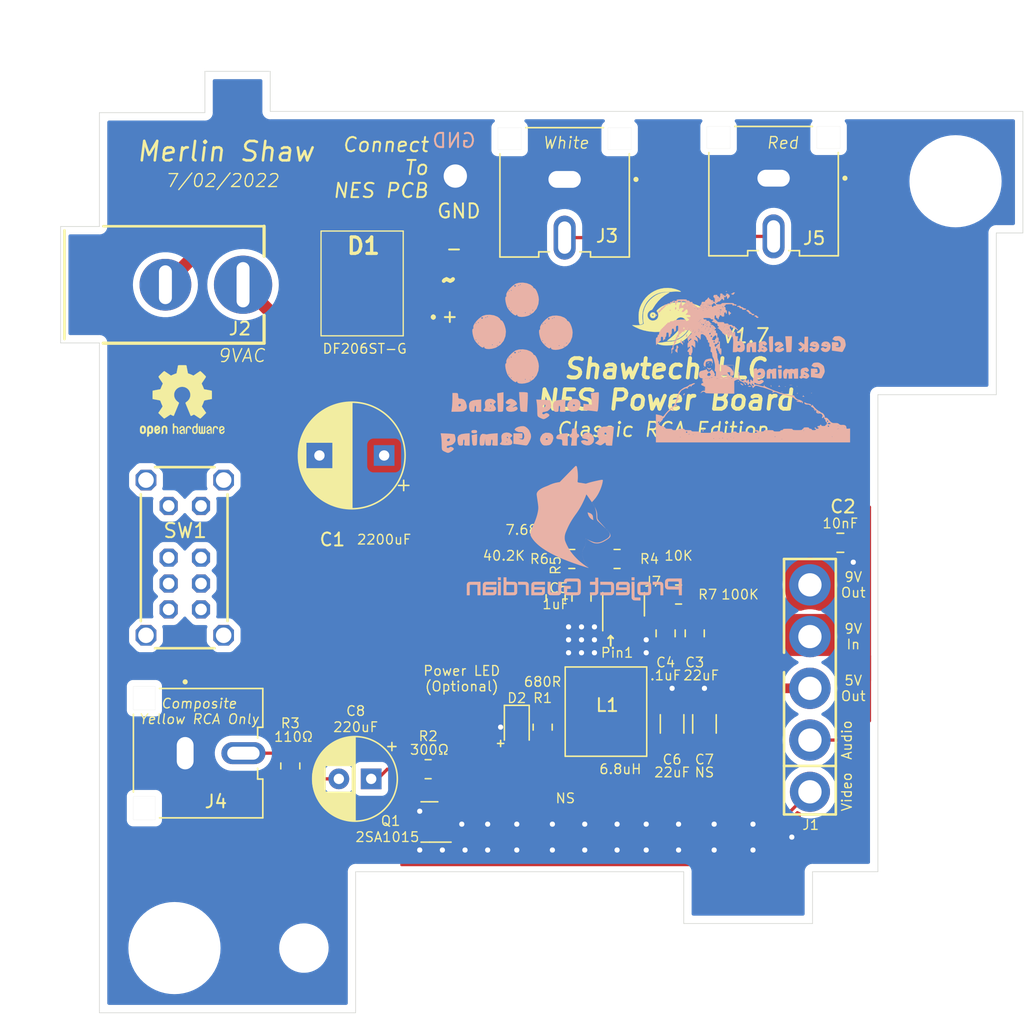
<source format=kicad_pcb>
(kicad_pcb (version 20211014) (generator pcbnew)
  (layers (0 "F.Cu" signal) (31 "B.Cu" signal) (34 "B.Paste" user) (35 "F.Paste" user) (36 "B.SilkS" user "B.Silkscreen") (37 "F.SilkS" user "F.Silkscreen") (38 "B.Mask" user) (39 "F.Mask" user) (44 "Edge.Cuts" user))
  (net 0 "")
  (net 1 "5V Out")
  (net 2 "Net-(C8-Pad1)")
  (net 3 "Net-(D2-Pad2)")
  (net 4 "Video Out")
  (net 5 "Net-(C8-Pad2)")
  (net 6 "GND")
  (net 7 "Video In")
  (net 8 "Audio In")
  (net 9 "9VIn")
  (net 10 "9VOut")
  (net 12 "Net-(D1-Pad4)")
  (net 13 "Net-(D1-Pad3)")
  (net 14 "Net-(J7-Pad4)")
  (net 15 "Net-(R4-Pad2)")
  (net 16 "SW")
  (net 17 "EN")
  (net 18 "Net-(C5-Pad1)")
  (footprint "Package_TO_SOT_SMD:SOT-23-6_Handsoldering" (layer "F.Cu") (at 146 106.5 90)
    (fp_text reference "J7" (at 1.75 2.25 180) (layer "F.SilkS") (effects (font (size 0.75 0.75) (thickness 0.1))))
    (fp_text value "Conn_01x06")
    (pad "1" smd rect (at -1.35 -0.95 90) (size 1.56 0.65) (layers "F.Cu" "F.Paste" "F.Mask") (net 6 "GND"))
    (pad "2" smd rect (at -1.35 0 90) (size 1.56 0.65) (layers "F.Cu" "F.Paste" "F.Mask") (net 16 "SW"))
    (pad "3" smd rect (at -1.35 0.95 90) (size 1.56 0.65) (layers "F.Cu" "F.Paste" "F.Mask") (net 9 "9VIn"))
    (pad "4" smd rect (at 1.35 0.95 90) (size 1.56 0.65) (layers "F.Cu" "F.Paste" "F.Mask") (net 14 "Net-(J7-Pad4)"))
    (pad "5" smd rect (at 1.35 0 90) (size 1.56 0.65) (layers "F.Cu" "F.Paste" "F.Mask") (net 17 "EN"))
    (pad "6" smd rect (at 1.35 -0.95 90) (size 1.56 0.65) (layers "F.Cu" "F.Paste" "F.Mask") (net 18 "Net-(C5-Pad1)"))
  )
  (footprint "Capacitor_SMD:C_0805_2012Metric" (layer "F.Cu") (at 151.5 108.75 -90)
    (fp_text reference "C3" (at 2.25 0 180) (layer "F.SilkS") (effects (font (size 0.75 0.75) (thickness 0.1))))
    (fp_text value "22uf/25")
    (pad "1" smd roundrect (at -0.95 0 270) (size 1 1.45) (layers "F.Cu" "F.Paste" "F.Mask") (net 9 "9VIn"))
    (pad "2" smd roundrect (at 0.95 0 270) (size 1 1.45) (layers "F.Cu" "F.Paste" "F.Mask") (net 6 "GND"))
  )
  (footprint "Resistor_SMD:R_0805_2012Metric" (layer "F.Cu") (at 120.25 119 -90)
    (fp_text reference "R3" (at -3.3 0 180) (layer "F.SilkS") (effects (font (size 0.75 0.75) (thickness 0.1))))
    (fp_text value "110R")
    (pad "1" smd roundrect (at -0.9125 0 270) (size 1.025 1.4) (layers "F.Cu" "F.Paste" "F.Mask") (roundrect_rratio 0.243902439) (net 4 "Video Out"))
    (pad "2" smd roundrect (at 0.9125 0 270) (size 1.025 1.4) (layers "F.Cu" "F.Paste" "F.Mask") (roundrect_rratio 0.243902439) (net 5 "Net-(C8-Pad2)"))
  )
  (footprint "Resistor_SMD:R_0805_2012Metric" (layer "F.Cu") (at 145.5 103 180)
    (fp_text reference "R4" (at -2.5 0) (layer "F.SilkS") (effects (font (size 0.75 0.75) (thickness 0.1))))
    (fp_text value "10k")
    (pad "1" smd roundrect (at -0.9125 0 180) (size 1.025 1.4) (layers "F.Cu" "F.Paste" "F.Mask") (roundrect_rratio 0.243902439) (net 14 "Net-(J7-Pad4)"))
    (pad "2" smd roundrect (at 0.9125 0 180) (size 1.025 1.4) (layers "F.Cu" "F.Paste" "F.Mask") (roundrect_rratio 0.243902439) (net 15 "Net-(R4-Pad2)"))
  )
  (footprint "Merlin:OSHW-Logo2_7.3x6mm_SilkScreen" (layer "F.Cu") (at 111.9 90.78)
    (fp_text reference "REF**" hide)
    (fp_text value "OSHW-Logo2_7.3x6mm_SilkScreen" hide)
  )
  (footprint "Capacitor_SMD:C_0805_2012Metric" (layer "F.Cu") (at 142.75 106 -90)
    (fp_text reference "C5" (at -0.75 1.75) (layer "F.SilkS") (effects (font (size 0.75 0.75) (thickness 0.1))))
    (fp_text value "1uF")
    (pad "1" smd roundrect (at -0.95 0 270) (size 1 1.45) (layers "F.Cu" "F.Paste" "F.Mask") (net 18 "Net-(C5-Pad1)"))
    (pad "2" smd roundrect (at 0.95 0 270) (size 1 1.45) (layers "F.Cu" "F.Paste" "F.Mask") (net 16 "SW"))
  )
  (footprint "Package_TO_SOT_SMD:SOT-23" (layer "F.Cu") (at 131 123.33 180)
    (fp_text reference "Q1" (at 3 0.08) (layer "F.SilkS") (effects (font (size 0.75 0.75) (thickness 0.1))))
    (fp_text value "2SA1015" (at 3.25 -1.17) (layer "F.SilkS") (effects (font (size 0.75 0.75) (thickness 0.1))))
    (pad "1" smd roundrect (at -0.9375 -0.95 180) (size 1.475 0.6) (layers "F.Cu" "F.Paste" "F.Mask") (net 7 "Video In"))
    (pad "2" smd roundrect (at -0.9375 0.95 180) (size 1.475 0.6) (layers "F.Cu" "F.Paste" "F.Mask") (net 2 "Net-(C8-Pad1)"))
    (pad "3" smd roundrect (at 0.9375 0 180) (size 1.475 0.6) (layers "F.Cu" "F.Paste" "F.Mask") (net 6 "GND"))
  )
  (footprint "Resistor_SMD:R_0805_2012Metric" (layer "F.Cu") (at 139.75 116 90)
    (fp_text reference "R1" (at 2.25 0 180) (layer "F.SilkS") (effects (font (size 0.75 0.75) (thickness 0.1))))
    (fp_text value "680")
    (pad "1" smd roundrect (at -0.9125 0 90) (size 1.025 1.4) (layers "F.Cu" "F.Paste" "F.Mask") (roundrect_rratio 0.243902439) (net 3 "Net-(D2-Pad2)"))
    (pad "2" smd roundrect (at 0.9125 0 90) (size 1.025 1.4) (layers "F.Cu" "F.Paste" "F.Mask") (roundrect_rratio 0.243902439) (net 1 "5V Out"))
  )
  (footprint "Resistor_SMD:R_0805_2012Metric" (layer "F.Cu") (at 142 103 180)
    (fp_text reference "R6" (at 2.5 0) (layer "F.SilkS") (effects (font (size 0.75 0.75) (thickness 0.1))))
    (fp_text value "40.2k")
    (pad "1" smd roundrect (at -0.9125 0 180) (size 1.025 1.4) (layers "F.Cu" "F.Paste" "F.Mask") (roundrect_rratio 0.243902439) (net 15 "Net-(R4-Pad2)"))
    (pad "2" smd roundrect (at 0.9125 0 180) (size 1.025 1.4) (layers "F.Cu" "F.Paste" "F.Mask") (roundrect_rratio 0.243902439) (net 1 "5V Out"))
  )
  (footprint "" (layer "F.Cu") (at 111.3 133.08)
    (fp_text reference "" (at 0 0) (layer "F.SilkS") (effects (font (size 1.27 1.27))))
    (fp_text value "" (at 0 0) (layer "F.SilkS") (effects (font (size 1.27 1.27))))
    (pad "" np_thru_hole circle locked (at 0 0) (size 3.5 3.5) (drill 3.5) (layers F&B.Cu *.Mask))
  )
  (footprint "Merlin:Power-DF206STG" (layer "F.Cu") (at 125.8 81.7 90)
    (fp_text reference "D1" (at 2.9 0.1 180) (layer "F.SilkS") (effects (font (size 1.27 1.27) (thickness 0.254))))
    (fp_text value "${ALTIUM_VALUE}" hide)
    (fp_text user "+" (at -2.6 6.7 90) (layer "F.SilkS"))
    (fp_text user "-" (at 2.7 7.1 180) (layer "F.SilkS"))
    (pad "1" smd rect (at -2.605 4.36 90) (size 1.2 1.52) (layers "F.Cu" "F.Paste" "F.Mask") (net 10 "9VOut"))
    (pad "2" smd rect (at 2.605 4.36 90) (size 1.2 1.52) (layers "F.Cu" "F.Paste" "F.Mask") (net 6 "GND"))
    (pad "3" smd rect (at 2.605 -4.36 90) (size 1.2 1.52) (layers "F.Cu" "F.Paste" "F.Mask") (net 13 "Net-(D1-Pad3)"))
    (pad "4" smd rect (at -2.605 -4.36 90) (size 1.2 1.52) (layers "F.Cu" "F.Paste" "F.Mask") (net 12 "Net-(D1-Pad4)"))
  )
  (footprint "Resistor_SMD:R_0805_2012Metric" (layer "F.Cu") (at 150.25 105.75)
    (fp_text reference "R7" (at 2.25 0) (layer "F.SilkS") (effects (font (size 0.75 0.75) (thickness 0.1))))
    (fp_text value "100K")
    (pad "1" smd roundrect (at -0.9125 0) (size 1.025 1.4) (layers "F.Cu" "F.Paste" "F.Mask") (roundrect_rratio 0.243902439) (net 17 "EN"))
    (pad "2" smd roundrect (at 0.9125 0) (size 1.025 1.4) (layers "F.Cu" "F.Paste" "F.Mask") (roundrect_rratio 0.243902439) (net 9 "9VIn"))
  )
  (footprint "Merlin:ShawTech" (layer "F.Cu") (at 149.25 84.25)
    (fp_text reference "G***" hide)
    (fp_text value "LOGO" hide)
  )
  (footprint "Capacitor_SMD:C_1206_3216Metric" (layer "F.Cu") (at 152.25 115.75 90)
    (fp_text reference "C7" (at -2.75 0) (layer "F.SilkS") (effects (font (size 0.75 0.75) (thickness 0.1))))
    (fp_text value "22uf/25")
    (pad "1" smd roundrect (at -1.475 0 90) (size 1.15 1.8) (layers "F.Cu" "F.Paste" "F.Mask") (roundrect_rratio 0.2173913043) (net 1 "5V Out"))
    (pad "2" smd roundrect (at 1.475 0 90) (size 1.15 1.8) (layers "F.Cu" "F.Paste" "F.Mask") (roundrect_rratio 0.2173913043) (net 6 "GND"))
  )
  (footprint "Electromechanical.IntLib:SW-DP3T (EG2319)" (layer "F.Cu") (at 112.1 102.9 -90)
    (fp_text reference "SW1" (at -1.445 1.75 unlocked) (layer "F.SilkS") (effects (font (size 1.1 1.1)) (justify left bottom)))
    (fp_text value "DP3T" hide)
    (pad "" thru_hole roundrect locked (at -4 -1.25 270) (size 1.4 1.4) (drill 0.9) (layers *.Cu *.Mask) (chamfer_ratio 0.25) (chamfer top_left top_right bottom_left bottom_right))
    (pad "" thru_hole roundrect locked (at 0 1.25 270) (size 1.4 1.4) (drill 0.9) (layers *.Cu *.Mask) (chamfer_ratio 0.25) (chamfer top_left top_right bottom_left bottom_right))
    (pad "" thru_hole roundrect locked (at 2 1.25 270) (size 1.4 1.4) (drill 0.9) (layers *.Cu *.Mask) (chamfer_ratio 0.25) (chamfer top_left top_right bottom_left bottom_right))
    (pad "" thru_hole roundrect locked (at 4 1.25 270) (size 1.4 1.4) (drill 0.9) (layers *.Cu *.Mask) (chamfer_ratio 0.25) (chamfer top_left top_right bottom_left bottom_right))
    (pad "" thru_hole roundrect locked (at 0 -1.25 270) (size 1.4 1.4) (drill 0.9) (layers *.Cu *.Mask) (chamfer_ratio 0.25) (chamfer top_left top_right bottom_left bottom_right))
    (pad "" thru_hole roundrect locked (at 2 -1.25 270) (size 1.4 1.4) (drill 0.9) (layers *.Cu *.Mask) (chamfer_ratio 0.25) (chamfer top_left top_right bottom_left bottom_right))
    (pad "" thru_hole roundrect locked (at 4 -1.25 270) (size 1.4 1.4) (drill 0.9) (layers *.Cu *.Mask) (chamfer_ratio 0.25) (chamfer top_left top_right bottom_left bottom_right))
    (pad "1" thru_hole roundrect locked (at -4 1.25 270) (size 1.4 1.4) (drill 0.9) (layers *.Cu *.Mask) (chamfer_ratio 0.25) (chamfer top_left top_right bottom_left bottom_right))
    (pad "MH" thru_hole roundrect locked (at -6 3 270) (size 1.6 1.6) (drill 1.2) (layers *.Cu *.Mask) (chamfer_ratio 0.25) (chamfer top_left top_right bottom_left bottom_right))
    (pad "MH" thru_hole roundrect locked (at 6 3 90) (size 1.6 1.6) (drill 1.2) (layers *.Cu *.Mask) (chamfer_ratio 0.25) (chamfer top_left top_right bottom_left bottom_right))
    (pad "MH" thru_hole roundrect locked (at 6 -3 90) (size 1.6 1.6) (drill 1.2) (layers *.Cu *.Mask) (chamfer_ratio 0.25) (chamfer top_left top_right bottom_left bottom_right))
    (pad "MH" thru_hole roundrect locked (at -6 -3 270) (size 1.6 1.6) (drill 1.2) (layers *.Cu *.Mask) (chamfer_ratio 0.25) (chamfer top_left top_right bottom_left bottom_right))
  )
  (footprint "Resistor_SMD:R_0805_2012Metric" (layer "F.Cu") (at 140.75 106 -90)
    (fp_text reference "R5" (at -2.5 0 90) (layer "F.SilkS") (effects (font (size 0.75 0.75) (thickness 0.1))))
    (fp_text value "7.68k")
    (pad "1" smd roundrect (at -0.9125 0 270) (size 1.025 1.4) (layers "F.Cu" "F.Paste" "F.Mask") (roundrect_rratio 0.243902439) (net 15 "Net-(R4-Pad2)"))
    (pad "2" smd roundrect (at 0.9125 0 270) (size 1.025 1.4) (layers "F.Cu" "F.Paste" "F.Mask") (roundrect_rratio 0.243902439) (net 6 "GND"))
  )
  (footprint "Merlin:CUI_RCJ-044" (layer "F.Cu") (at 141.446 73.658 90)
    (fp_text reference "J3" (at -4.372 3.279 180) (layer "F.SilkS"))
    (fp_text value "White RCJ-" hide)
    (fp_line (start 2.3 5.15) (end 4 5.15) (layer "Edge.Cuts") (width 0.01))
    (fp_line (start 4 5.15) (end 4 3.35) (layer "Edge.Cuts") (width 0.01))
    (fp_line (start 2.3 -5.15) (end 2.3 -3.35) (layer "Edge.Cuts") (width 0.01))
    (fp_line (start 4 -5.15) (end 2.3 -5.15) (layer "Edge.Cuts") (width 0.01))
    (fp_line (start 2.3 3.35) (end 2.3 5.15) (layer "Edge.Cuts") (width 0.01))
    (fp_line (start 4 -3.35) (end 4 -5.15) (layer "Edge.Cuts") (width 0.01))
    (fp_line (start 4 3.35) (end 2.3 3.35) (layer "Edge.Cuts") (width 0.01))
    (fp_line (start 2.3 -3.35) (end 4 -3.35) (layer "Edge.Cuts") (width 0.01))
    (pad "1" thru_hole oval (at 0 0 90) (size 1.95 3.9) (drill oval 1.3 2.5) (layers *.Cu *.Mask) (net 6 "GND"))
    (pad "2" thru_hole oval (at -4.5 0 90) (size 3.4 1.7) (drill oval 2.5 1) (layers *.Cu *.Mask) (net 8 "Audio In"))
  )
  (footprint "Capacitor_THT:CP_Radial_D6.3mm_P2.50mm" (layer "F.Cu") (at 126.5 120 180)
    (fp_text reference "C8" (at 1.2 5.25 180) (layer "F.SilkS") (effects (font (size 0.75 0.75) (thickness 0.1))))
    (fp_text value "220uF" hide)
    (pad "1" thru_hole rect (at 0 0 180) (size 1.6 1.6) (drill 0.8) (layers *.Cu *.Mask) (net 2 "Net-(C8-Pad1)"))
    (pad "2" thru_hole circle (at 2.5 0 180) (size 1.6 1.6) (drill 0.8) (layers *.Cu *.Mask) (net 5 "Net-(C8-Pad2)"))
  )
  (footprint "Connectors.IntLib:PWR-JCK-ALT (PJ-037A{slash}B)" (layer "F.Cu") (at 110.6 81.799998)
    (fp_text reference "J2" (at 4.8 3.980002 unlocked) (layer "F.SilkS") (effects (justify left bottom)))
    (fp_text value "Barrel_Jack" hide)
    (pad "1" thru_hole circle locked (at 6.000002 0) (size 4.5 4.5) (drill oval 1 3.5) (layers *.Cu *.Mask) (net 12 "Net-(D1-Pad4)"))
    (pad "2" thru_hole circle locked (at 0 0) (size 4 4) (drill oval 1 3) (layers *.Cu *.Mask) (net 13 "Net-(D1-Pad3)"))
  )
  (footprint "Capacitor_SMD:C_1206_3216Metric" (layer "F.Cu") (at 149.75 115.75 90)
    (fp_text reference "C6" (at -2.75 0) (layer "F.SilkS") (effects (font (size 0.75 0.75) (thickness 0.1))))
    (fp_text value "22uf/25")
    (pad "1" smd roundrect (at -1.475 0 90) (size 1.15 1.8) (layers "F.Cu" "F.Paste" "F.Mask") (roundrect_rratio 0.2173913043) (net 1 "5V Out"))
    (pad "2" smd roundrect (at 1.475 0 90) (size 1.15 1.8) (layers "F.Cu" "F.Paste" "F.Mask") (roundrect_rratio 0.2173913043) (net 6 "GND"))
  )
  (footprint "" (layer "F.Cu") (at 121.3 133.08)
    (fp_text reference "" (at 0 0) (layer "F.SilkS") (effects (font (size 1.27 1.27))))
    (fp_text value "" (at 0 0) (layer "F.SilkS") (effects (font (size 1.27 1.27))))
    (pad "" np_thru_hole circle locked (at 0 0) (size 2.8 2.8) (drill 2.8) (layers F&B.Cu *.Mask))
  )
  (footprint "Merlin:CUI_RCJ-044" (layer "F.Cu") (at 112.126 118.014 180)
    (fp_text reference "J4" (at -2.374 -3.736) (layer "F.SilkS"))
    (fp_text value "Yellow RCJ-")
    (fp_line (start 2.3 -3.35) (end 4 -3.35) (layer "Edge.Cuts") (width 0.01))
    (fp_line (start 4 3.35) (end 2.3 3.35) (layer "Edge.Cuts") (width 0.01))
    (fp_line (start 2.3 -5.15) (end 2.3 -3.35) (layer "Edge.Cuts") (width 0.01))
    (fp_line (start 4 -5.15) (end 2.3 -5.15) (layer "Edge.Cuts") (width 0.01))
    (fp_line (start 4 5.15) (end 4 3.35) (layer "Edge.Cuts") (width 0.01))
    (fp_line (start 2.3 3.35) (end 2.3 5.15) (layer "Edge.Cuts") (width 0.01))
    (fp_line (start 4 -3.35) (end 4 -5.15) (layer "Edge.Cuts") (width 0.01))
    (fp_line (start 2.3 5.15) (end 4 5.15) (layer "Edge.Cuts") (width 0.01))
    (pad "1" thru_hole oval (at 0 0 180) (size 1.95 3.9) (drill oval 1.3 2.5) (layers *.Cu *.Mask) (net 6 "GND"))
    (pad "2" thru_hole oval (at -4.5 0 180) (size 3.4 1.7) (drill oval 2.5 1) (layers *.Cu *.Mask) (net 4 "Video Out"))
  )
  (footprint "Capacitor_SMD:C_0805_2012Metric" (layer "F.Cu") (at 162.75 101.75)
    (fp_text reference "C2" (at 0.2 -2.8) (layer "F.SilkS"))
    (fp_text value "10nF")
    (pad "1" smd roundrect (at -0.95 0) (size 1 1.45) (layers "F.Cu" "F.Paste" "F.Mask") (net 10 "9VOut"))
    (pad "2" smd roundrect (at 0.95 0) (size 1 1.45) (layers "F.Cu" "F.Paste" "F.Mask") (net 6 "GND"))
  )
  (footprint "Merlin:CUI_RCJ-044" (layer "F.Cu") (at 157.592 73.564 90)
    (fp_text reference "J5" (at -4.641 3.133 180) (layer "F.SilkS"))
    (fp_text value "Red RCJ-042" hide)
    (fp_line (start 4 -3.35) (end 4 -5.15) (layer "Edge.Cuts") (width 0.01))
    (fp_line (start 2.3 5.15) (end 4 5.15) (layer "Edge.Cuts") (width 0.01))
    (fp_line (start 2.3 -3.35) (end 4 -3.35) (layer "Edge.Cuts") (width 0.01))
    (fp_line (start 2.3 3.35) (end 2.3 5.15) (layer "Edge.Cuts") (width 0.01))
    (fp_line (start 4 3.35) (end 2.3 3.35) (layer "Edge.Cuts") (width 0.01))
    (fp_line (start 4 5.15) (end 4 3.35) (layer "Edge.Cuts") (width 0.01))
    (fp_line (start 4 -5.15) (end 2.3 -5.15) (layer "Edge.Cuts") (width 0.01))
    (fp_line (start 2.3 -5.15) (end 2.3 -3.35) (layer "Edge.Cuts") (width 0.01))
    (pad "1" thru_hole oval (at 0 0 90) (size 1.95 3.9) (drill oval 1.3 2.5) (layers *.Cu *.Mask) (net 6 "GND"))
    (pad "2" thru_hole oval (at -4.5 0 90) (size 3.4 1.7) (drill oval 2.5 1) (layers *.Cu *.Mask) (net 8 "Audio In"))
  )
  (footprint "Capacitor_SMD:C_0805_2012Metric" (layer "F.Cu") (at 149.25 108.75 -90)
    (fp_text reference "C4" (at 2.25 0 180) (layer "F.SilkS") (effects (font (size 0.75 0.75) (thickness 0.1))))
    (fp_text value ".1uF/25")
    (pad "1" smd roundrect (at -0.95 0 270) (size 1 1.45) (layers "F.Cu" "F.Paste" "F.Mask") (net 9 "9VIn"))
    (pad "2" smd roundrect (at 0.95 0 270) (size 1 1.45) (layers "F.Cu" "F.Paste" "F.Mask") (net 6 "GND"))
  )
  (footprint "" (layer "F.Cu") (at 171.65 73.8)
    (fp_text reference "" (at 0 0) (layer "F.SilkS") (effects (font (size 1.27 1.27))))
    (fp_text value "" (at 0 0) (layer "F.SilkS") (effects (font (size 1.27 1.27))))
    (pad "" np_thru_hole circle locked (at 0 0) (size 3.5 3.5) (drill 3.5) (layers F&B.Cu *.Mask))
  )
  (footprint "Merlin:Inductor-L_6.3x6.3_H3" (layer "F.Cu") (at 144.59 115)
    (fp_text reference "L1" (at 0.15 -0.7) (layer "F.SilkS"))
    (fp_text value "6.8uH")
    (pad "1" smd rect locked (at 0 -2.65 90) (size 1.85 5.2) (layers "F.Cu" "F.Paste" "F.Mask") (net 16 "SW"))
    (pad "2" smd rect locked (at 0 2.25 90) (size 1.85 5.2) (layers "F.Cu" "F.Paste" "F.Mask") (net 1 "5V Out"))
  )
  (footprint "Connectors.IntLib:WIREPAD-09-15" (layer "F.Cu") (at 133 73.4 90)
    (fp_text reference "GND" (at -3.35 -1.5 unlocked) (layer "F.SilkS") (effects (font (size 1.1 1.1)) (justify left bottom)))
    (fp_text value "Wire Pad" hide)
    (fp_text user "${REFERENCE}" (at 2.1 1.67 unlocked) (layer "B.SilkS") (effects (font (size 1.1 1.1)) (justify left bottom mirror)))
    (pad "1" thru_hole circle locked (at 0 0 90) (size 3.2 3.2) (drill 1.8) (layers *.Cu *.Mask) (net 6 "GND"))
  )
  (footprint "Specialty Components.IntLib:RF BOARD CONNECTOR" (layer "F.Cu") (at 160.4 121 90)
    (fp_text reference "J1" (at -3 -0.65 unlocked) (layer "F.SilkS") (effects (font (size 0.75 0.75) (thickness 0.1)) (justify left bottom)))
    (fp_text value "Board Connector" hide)
    (pad "1" thru_hole oval (at 0 0 90) (size 3.1 3.1) (drill 1.8) (layers *.Cu *.Mask) (net 7 "Video In"))
    (pad "2" thru_hole circle (at 4 0 90) (size 3.2 3.2) (drill 1.8) (layers *.Cu *.Mask) (net 8 "Audio In"))
    (pad "3" thru_hole circle (at 8 0 90) (size 3.2 3.2) (drill 1.8) (layers *.Cu *.Mask) (net 1 "5V Out"))
    (pad "4" thru_hole circle (at 12.000003 0 90) (size 3.2 3.2) (drill 1.8) (layers *.Cu *.Mask) (net 9 "9VIn"))
    (pad "5" thru_hole circle (at 16 0 90) (size 3.2 3.2) (drill 1.8) (layers *.Cu *.Mask) (net 10 "9VOut"))
  )
  (footprint "Resistor_SMD:R_0805_2012Metric" (layer "F.Cu") (at 130.9 119.25 180)
    (fp_text reference "R2" (at 0 2.55) (layer "F.SilkS") (effects (font (size 0.75 0.75) (thickness 0.1))))
    (fp_text value "300")
    (pad "1" smd roundrect (at -0.9125 0 180) (size 1.025 1.4) (layers "F.Cu" "F.Paste" "F.Mask") (roundrect_rratio 0.243902439) (net 1 "5V Out"))
    (pad "2" smd roundrect (at 0.9125 0 180) (size 1.025 1.4) (layers "F.Cu" "F.Paste" "F.Mask") (roundrect_rratio 0.243902439) (net 2 "Net-(C8-Pad1)"))
  )
  (footprint "Capacitor_THT:CP_Radial_D8.0mm_P5.00mm" (layer "F.Cu") (at 127.5 95 180)
    (fp_text reference "C1" (at 4 -6.5 180) (layer "F.SilkS"))
    (fp_text value "2200uF 25V")
    (pad "1" thru_hole rect (at 0 0 180) (size 1.6 1.6) (drill 0.8) (layers *.Cu *.Mask) (net 10 "9VOut"))
    (pad "2" thru_hole circle (at 5 0 180) (size 1.6 1.6) (drill 0.8) (layers *.Cu *.Mask) (net 6 "GND"))
  )
  (footprint "LED_SMD:LED_0805_2012Metric" (layer "F.Cu") (at 137.75 116 -90)
    (fp_text reference "D2" (at -2.25 0) (layer "F.SilkS") (effects (font (size 0.75 0.75) (thickness 0.1))))
    (fp_text value "Power LED")
    (pad "1" smd roundrect (at -0.9375 0 270) (size 0.975 1.4) (layers "F.Cu" "F.Paste" "F.Mask") (net 6 "GND"))
    (pad "2" smd roundrect (at 0.9375 0 270) (size 0.975 1.4) (layers "F.Cu" "F.Paste" "F.Mask") (net 3 "Net-(D2-Pad2)"))
  )
  (footprint "Merlin:GeekIsland2" (layer "B.Cu") (at 156 88 180)
    (fp_text reference "G***" hide)
    (fp_text value "LOGO" hide)
  )
  (footprint "Merlin:LongIslandRetroGaming4" (layer "B.Cu") (at 138.25 88 180)
    (fp_text reference "G***")
    (fp_text value "LOGO" hide)
  )
  (footprint "Merlin:PG_20mmx13.1mm" (layer "B.Cu") (at 142.25 100.75 180)
    (fp_text reference "G***" hide)
    (fp_text value "LOGO" hide)
  )
  (gr_line (start 105.8 77.278798) (end 118.224002 77.278798) (layer "F.SilkS") (width 0.2))
  (gr_line (start 102.8 86) (end 102.8 77.6) (layer "F.SilkS") (width 0.2))
  (gr_line (start 118.224002 79.595) (end 118.224002 77.278798) (layer "F.SilkS") (width 0.254))
  (gr_line (start 118.224002 86.321198) (end 118.224002 84.167) (layer "F.SilkS") (width 0.254))
  (gr_line (start 105.8 86.321198) (end 118.224002 86.321198) (layer "F.SilkS") (width 0.254))
  (gr_line (start 136.2625 117.2625) (end 136.7375 117.2625) (layer "F.SilkS") (width 0.12))
  (gr_line (start 136.5 117.5) (end 136.5 117.025) (layer "F.SilkS") (width 0.12))
  (gr_line (start 150.65 131.18) (end 150.65 127.18) (layer "Edge.Cuts") (width 0.05))
  (gr_line (start 150.65 127.18) (end 125.3 127.18) (layer "Edge.Cuts") (width 0.05))
  (gr_line (start 125.3 127.18) (end 125.3 138.08) (layer "Edge.Cuts") (width 0.05))
  (gr_line (start 165.65 90.3) (end 165.65 127.18) (layer "Edge.Cuts") (width 0.05))
  (gr_line (start 113.65 65.3) (end 118.7 65.3) (layer "Edge.Cuts") (width 0.05))
  (gr_line (start 105.5 77.3) (end 105.5 68.5) (layer "Edge.Cuts") (width 0.05))
  (gr_line (start 165.65 127.18) (end 160.6 127.18) (layer "Edge.Cuts") (width 0.05))
  (gr_line (start 176.85 77.8) (end 174.8 77.8) (layer "Edge.Cuts") (width 0.05))
  (gr_line (start 105.5 68.5) (end 113.65 68.5) (layer "Edge.Cuts") (width 0.05))
  (gr_line (start 174.8 90.3) (end 165.65 90.3) (layer "Edge.Cuts") (width 0.05))
  (gr_line (start 125.3 138.08) (end 105.5 138.08) (layer "Edge.Cuts") (width 0.05))
  (gr_line (start 118.7 68.4) (end 176.85 68.4) (layer "Edge.Cuts") (width 0.05))
  (gr_line (start 105.5 138.08) (end 105.5 86.3) (layer "Edge.Cuts") (width 0.05))
  (gr_line (start 174.8 77.8) (end 174.8 90.3) (layer "Edge.Cuts") (width 0.05))
  (gr_line (start 176.85 68.4) (end 176.85 77.8) (layer "Edge.Cuts") (width 0.05))
  (gr_line (start 105.5 86.3) (end 102.5 86.3) (layer "Edge.Cuts") (width 0.05))
  (gr_line (start 102.5 77.3) (end 105.5 77.3) (layer "Edge.Cuts") (width 0.05))
  (gr_line (start 102.5 86.3) (end 102.5 77.3) (layer "Edge.Cuts") (width 0.05))
  (gr_line (start 160.6 127.18) (end 160.6 131.18) (layer "Edge.Cuts") (width 0.05))
  (gr_line (start 113.65 68.5) (end 113.65 65.3) (layer "Edge.Cuts") (width 0.05))
  (gr_line (start 118.7 65.3) (end 118.7 68.4) (layer "Edge.Cuts") (width 0.05))
  (gr_line (start 160.6 131.18) (end 150.65 131.18) (layer "Edge.Cuts") (width 0.05))
  (gr_text "9V\nOut" (at 163.75 105) (layer "F.SilkS") (effects (font (size 0.75 0.75) (thickness 0.1))))
  (gr_text "22uF" (at 149.75 119.5) (layer "F.SilkS") (effects (font (size 0.75 0.75) (thickness 0.1))))
  (gr_text "100K" (at 155 105.75) (layer "F.SilkS") (effects (font (size 0.75 0.75) (thickness 0.1))))
  (gr_text "Video" (at 163.25 121 90) (layer "F.SilkS") (effects (font (size 0.75 0.75) (thickness 0.1))))
  (gr_text "10nF" (at 162.75 100.25) (layer "F.SilkS") (effects (font (size 0.75 0.75) (thickness 0.1))))
  (gr_text "NS" (at 141.5 121.5) (layer "F.SilkS") (effects (font (size 0.75 0.75) (thickness 0.1))))
  (gr_text "V1.7" (at 153.5 85.75) (layer "F.SilkS") (effects (font (size 1.1 1.1) (thickness 0.15) bold italic) (justify left)))
  (gr_text "Merlin Shaw" (at 115.25 71.5) (layer "F.SilkS") (effects (font (size 1.5 1.5) (thickness 0.2) bold italic)))
  (gr_text "White\n" (at 141.55 70.83) (layer "F.SilkS") (effects (font (size 0.9 0.9) (thickness 0.1) bold italic)))
  (gr_text "Power LED\n(Optional)" (at 133.5 112.25) (layer "F.SilkS") (effects (font (size 0.75 0.75) (thickness 0.1))))
  (gr_text "110Ω" (at 120.5 116.75) (layer "F.SilkS") (effects (font (size 0.75 0.75) (thickness 0.1))))
  (gr_text "NS" (at 152.25 119.5) (layer "F.SilkS") (effects (font (size 0.75 0.75) (thickness 0.1))))
  (gr_text "Classic RCA Edition" (at 140.75 93) (layer "F.SilkS") (effects (font (size 1.1 1.1) (thickness 0.15) bold italic) (justify left)))
  (gr_text "9V\nIn" (at 163.75 109) (layer "F.SilkS") (effects (font (size 0.75 0.75) (thickness 0.1))))
  (gr_text "22uF" (at 152 112) (layer "F.SilkS") (effects (font (size 0.75 0.75) (thickness 0.1))))
  (gr_text "Red" (at 158.3 70.83) (layer "F.SilkS") (effects (font (size 0.9 0.9) (thickness 0.1) bold italic)))
  (gr_text "1uF" (at 140.75 106.5) (layer "F.SilkS") (effects (font (size 0.75 0.75) (thickness 0.1))))
  (gr_text "~" (at 132.5 81.4) (layer "F.SilkS") (effects (font (size 1.5 1.5) (thickness 0.3))))
  (gr_text "Pin1" (at 145.5 110.25) (layer "F.SilkS") (effects (font (size 0.75 0.75) (thickness 0.1))))
  (gr_text "220uF" (at 125.3 116) (layer "F.SilkS") (effects (font (size 0.75 0.75) (thickness 0.1))))
  (gr_text "300Ω" (at 131 117.75) (layer "F.SilkS") (effects (font (size 0.75 0.75) (thickness 0.1))))
  (gr_text "2200uF" (at 127.5 101.5) (layer "F.SilkS") (effects (font (size 0.75 0.75) (thickness 0.1))))
  (gr_text "Shawtech LLC\nNES Power Board" (at 149.25 89.5) (layer "F.SilkS") (effects (font (size 1.5 1.5) (thickness 0.3) italic)))
  (gr_text "5V\nOut" (at 163.75 113) (layer "F.SilkS") (effects (font (size 0.75 0.75) (thickness 0.1))))
  (gr_text "9VAC" (at 116.5 87.28) (layer "F.SilkS") (effects (font (size 1 1) (thickness 0.1) bold italic)))
  (gr_text "10K" (at 150.25 102.75) (layer "F.SilkS") (effects (font (size 0.75 0.75) (thickness 0.1))))
  (gr_text "680R" (at 139.75 112.5) (layer "F.SilkS") (effects (font (size 0.75 0.75) (thickness 0.1))))
  (gr_text "DF206ST-G" (at 126 86.75) (layer "F.SilkS") (effects (font (size 0.75 0.75) (thickness 0.1))))
  (gr_text "Composite\nYellow RCA Only" (at 113.2 114.78) (layer "F.SilkS") (effects (font (size 0.75 0.75) (thickness 0.1) bold italic)))
  (gr_text "Connect\nTo\nNES PCB" (at 131 72.75) (layer "F.SilkS") (effects (font (size 1.1 1.1) (thickness 0.15) bold italic) (justify right)))
  (gr_text "6.8uH" (at 145.75 119.25) (layer "F.SilkS") (effects (font (size 0.75 0.75) (thickness 0.1))))
  (gr_text ".1uF" (at 149.25 112) (layer "F.SilkS") (effects (font (size 0.75 0.75) (thickness 0.1))))
  (gr_text "Audio" (at 163.25 117 90) (layer "F.SilkS") (effects (font (size 0.75 0.75) (thickness 0.1))))
  (gr_text "7/02/2022" (at 115 73.75) (layer "F.SilkS") (effects (font (size 1 1) (thickness 0.1) bold italic)))
  (gr_text "40.2K" (at 136.75 102.75) (layer "F.SilkS") (effects (font (size 0.75 0.75) (thickness 0.1))))
  (gr_text "7.68K" (at 138.5 100.75) (layer "F.SilkS") (effects (font (size 0.75 0.75) (thickness 0.1))))
  (gr_text "↑" (at 145 109.25) (layer "F.SilkS") (effects (font (size 1 1))))
  (segment (start 152.225 117.25) (end 144.59 117.25) (width 0.75) (layer "F.Cu") (net 1))
  (segment (start 152.25 117.225) (end 152.225 117.25) (width 0.75) (layer "F.Cu") (net 1))
  (segment (start 132.3125 118.75) (end 131.8125 119.25) (width 0.25) (layer "F.Cu") (net 1))
  (segment (start 139.75 104.0875) (end 139.75 114.75) (width 0.25) (layer "F.Cu") (net 1))
  (segment (start 141 118.75) (end 132.3125 118.75) (width 0.25) (layer "F.Cu") (net 1))
  (segment (start 142.25 117.25) (end 144.59 117.25) (width 0.25) (layer "F.Cu") (net 1))
  (segment (start 139.75 114.75) (end 142.25 117.25) (width 0.25) (layer "F.Cu") (net 1))
  (segment (start 142.5 117.25) (end 141 118.75) (width 0.25) (layer "F.Cu") (net 1))
  (segment (start 141.0875 102.75) (end 139.75 104.0875) (width 0.25) (layer "F.Cu") (net 1))
  (segment (start 144.59 117.25) (end 142.5 117.25) (width 0.25) (layer "F.Cu") (net 1))
  (segment (start 156.475 113) (end 152.25 117.225) (width 0.75) (layer "F.Cu") (net 1))
  (segment (start 144.09 117.75) (end 144.59 117.25) (width 0.25) (layer "F.Cu") (net 1))
  (segment (start 160.4 113) (end 156.475 113) (width 0.75) (layer "F.Cu") (net 1))
  (segment (start 127.75 119.25) (end 127 120) (width 0.25) (layer "F.Cu") (net 2))
  (segment (start 129.9875 119.25) (end 127.75 119.25) (width 0.25) (layer "F.Cu") (net 2))
  (segment (start 129.9875 119.25) (end 129.9875 120.43) (width 0.25) (layer "F.Cu") (net 2))
  (segment (start 127 120) (end 126.5 120) (width 0.25) (layer "F.Cu") (net 2))
  (segment (start 129.9875 120.43) (end 131.9375 122.38) (width 0.25) (layer "F.Cu") (net 2))
  (segment (start 139.975 117.275) (end 140 117.25) (width 0.25) (layer "F.Cu") (net 3))
  (segment (start 137.775 117) (end 139.75 117) (width 0.25) (layer "F.Cu") (net 3))
  (segment (start 120.1765 118.014) (end 120.25 118.0875) (width 0.25) (layer "F.Cu") (net 4))
  (segment (start 116.626 118.014) (end 120.1765 118.014) (width 0.25) (layer "F.Cu") (net 4))
  (segment (start 120.25 119.9125) (end 120.3375 120) (width 0.25) (layer "F.Cu") (net 5))
  (segment (start 120.3375 120) (end 124 120) (width 0.25) (layer "F.Cu") (net 5))
  (segment (start 140.75 107.25) (end 141.75 108.25) (width 0.25) (layer "F.Cu") (net 6))
  (segment (start 130.16 77.66) (end 130.16 76.24) (width 1) (layer "F.Cu") (net 6))
  (segment (start 163.75 103.25) (end 163.75 101.8) (width 0.75) (layer "F.Cu") (net 6))
  (segment (start 140.75 106.9125) (end 140.75 107.25) (width 0.25) (layer "F.Cu") (net 6))
  (segment (start 130.16 76.24) (end 133 73.4) (width 1) (layer "F.Cu") (net 6))
  (segment (start 130.16 79.095) (end 130.16 77.66) (width 1) (layer "F.Cu") (net 6))
  (segment (start 152.25 113) (end 152.25 114.275) (width 0.75) (layer "F.Cu") (net 6))
  (segment (start 148.2 109.7) (end 147.75 109.25) (width 1) (layer "F.Cu") (net 6))
  (segment (start 163.75 101.8) (end 163.7 101.75) (width 0.75) (layer "F.Cu") (net 6))
  (segment (start 136.5 116) (end 136.975 116) (width 0.25) (layer "F.Cu") (net 6))
  (segment (start 147.75 109.25) (end 147.75 110.25) (width 1) (layer "F.Cu") (net 6))
  (segment (start 149.75 113) (end 149.75 114.275) (width 0.75) (layer "F.Cu") (net 6))
  (segment (start 151.5 109.7) (end 148.2 109.7) (width 1) (layer "F.Cu") (net 6))
  (segment (start 148.3 109.7) (end 147.75 110.25) (width 1) (layer "F.Cu") (net 6))
  (segment (start 136.975 116) (end 137.75 115.225) (width 0.25) (layer "F.Cu") (net 6))
  (segment (start 151.5 109.7) (end 148.3 109.7) (width 1) (layer "F.Cu") (net 6))
  (via (at 147.75 123.5) (size 0.8) (drill 0.4) (layers "F.Cu" "B.Cu") (net 6))
  (via (at 145.5 123.5) (size 0.8) (drill 0.4) (layers "F.Cu" "B.Cu") (net 6))
  (via (at 150.25 123.5) (size 0.8) (drill 0.4) (layers "F.Cu" "B.Cu") (net 6))
  (via (at 149.75 113) (size 0.8) (drill 0.4) (layers "F.Cu" "B.Cu") (net 6))
  (via (at 141.75 110.25) (size 0.8) (drill 0.4) (layers "F.Cu" "B.Cu") (net 6))
  (via (at 159 124.5) (size 0.8) (drill 0.4) (layers "F.Cu" "B.Cu") (net 6))
  (via (at 141.75 108.25) (size 0.8) (drill 0.4) (layers "F.Cu" "B.Cu") (net 6))
  (via (at 137.75 125.5) (size 0.8) (drill 0.4) (layers "F.Cu" "B.Cu") (net 6))
  (via (at 135.5 123.5) (size 0.8) (drill 0.4) (layers "F.Cu" "B.Cu") (net 6))
  (via (at 142.75 110.25) (size 0.8) (drill 0.4) (layers "F.Cu" "B.Cu") (net 6))
  (via (at 135.5 125.5) (size 0.8) (drill 0.4) (layers "F.Cu" "B.Cu") (net 6))
  (via (at 132 125.5) (size 0.8) (drill 0.4) (layers "F.Cu" "B.Cu") (net 6))
  (via (at 140.5 125.5) (size 0.8) (drill 0.4) (layers "F.Cu" "B.Cu") (net 6))
  (via (at 142.75 109.25) (size 0.8) (drill 0.4) (layers "F.Cu" "B.Cu") (net 6))
  (via (at 143 123.5) (size 0.8) (drill 0.4) (layers "F.Cu" "B.Cu") (net 6))
  (via (at 137.75 123.5) (size 0.8) (drill 0.4) (layers "F.Cu" "B.Cu") (net 6))
  (via (at 152.25 113) (size 0.8) (drill 0.4) (layers "F.Cu" "B.Cu") (net 6))
  (via (at 156 125.5) (size 0.8) (drill 0.4) (layers "F.Cu" "B.Cu") (net 6))
  (via (at 143.75 109.25) (size 0.8) (drill 0.4) (layers "F.Cu" "B.Cu") (net 6))
  (via (at 133.5 123.5) (size 0.8) (drill 0.4) (layers "F.Cu" "B.Cu") (net 6))
  (via (at 145.5 125.5) (size 0.8) (drill 0.4) (layers "F.Cu" "B.Cu") (net 6))
  (via (at 147.75 110.25) (size 0.8) (drill 0.4) (layers "F.Cu" "B.Cu") (net 6))
  (via (at 147.75 109.25) (size 0.8) (drill 0.4) (layers "F.Cu" "B.Cu") (net 6))
  (via (at 147.75 125.5) (size 0.8) (drill 0.4) (layers "F.Cu" "B.Cu") (net 6))
  (via (at 141.75 109.25) (size 0.8) (drill 0.4) (layers "F.Cu" "B.Cu") (net 6))
  (via (at 142.75 108.25) (size 0.8) (drill 0.4) (layers "F.Cu" "B.Cu") (net 6))
  (via (at 140.5 123.5) (size 0.8) (drill 0.4) (layers "F.Cu" "B.Cu") (net 6))
  (via (at 136.5 116) (size 0.8) (drill 0.4) (layers "F.Cu" "B.Cu") (net 6))
  (via (at 153 123.5) (size 0.8) (drill 0.4) (layers "F.Cu" "B.Cu") (net 6))
  (via (at 150.25 125.5) (size 0.8) (drill 0.4) (layers "F.Cu" "B.Cu") (net 6))
  (via (at 163.75 103.25) (size 0.8) (drill 0.4) (layers "F.Cu" "B.Cu") (net 6))
  (via (at 156 123.5) (size 0.8) (drill 0.4) (layers "F.Cu" "B.Cu") (net 6))
  (via (at 153 125.5) (size 0.8) (drill 0.4) (layers "F.Cu" "B.Cu") (net 6))
  (via (at 143 125.5) (size 0.8) (drill 0.4) (layers "F.Cu" "B.Cu") (net 6))
  (via (at 143.75 110.25) (size 0.8) (drill 0.4) (layers "F.Cu" "B.Cu") (net 6))
  (via (at 133.75 125.5) (size 0.8) (drill 0.4) (layers "F.Cu" "B.Cu") (net 6))
  (via (at 130.25 125.5) (size 0.8) (drill 0.4) (layers "F.Cu" "B.Cu") (net 6))
  (via (at 130.25 122.5) (size 0.8) (drill 0.4) (layers "F.Cu" "B.Cu") (net 6))
  (via (at 143.75 108.25) (size 0.8) (drill 0.4) (layers "F.Cu" "B.Cu") (net 6))
  (segment (start 156.9 124.5) (end 140.25 124.5) (width 0.25) (layer "F.Cu") (net 7))
  (segment (start 132.1575 124.5) (end 131.9375 124.28) (width 0.25) (layer "F.Cu") (net 7))
  (segment (start 160.4 121) (end 156.9 124.5) (width 0.25) (layer "F.Cu") (net 7))
  (segment (start 140.25 124.5) (end 132.1575 124.5) (width 0.25) (layer "F.Cu") (net 7))
  (segment (start 165 99) (end 149.6 83.6) (width 0.25) (layer "F.Cu") (net 8))
  (segment (start 149.6 83.6) (end 149.6 83.15) (width 0.25) (layer "F.Cu") (net 8))
  (segment (start 149.6 80.78238) (end 149.6 83.15) (width 0.25) (layer "F.Cu") (net 8))
  (segment (start 165 110.5) (end 165 115.5) (width 0.25) (layer "F.Cu") (net 8))
  (segment (start 141.446 78.158) (end 146.97562 78.158) (width 0.25) (layer "F.Cu") (net 8))
  (segment (start 165 115.5) (end 163.5 117) (width 0.25) (layer "F.Cu") (net 8))
  (segment (start 146.97562 78.158) (end 149.6 80.78238) (width 0.25) (layer "F.Cu") (net 8))
  (segment (start 163.5 117) (end 160.4 117) (width 0.25) (layer "F.Cu") (net 8))
  (segment (start 157.592 78.064) (end 152.31838 78.064) (width 0.25) (layer "F.Cu") (net 8))
  (segment (start 165 110.5) (end 165 99) (width 0.25) (layer "F.Cu") (net 8))
  (segment (start 165 112.4) (end 165 110.5) (width 0.25) (layer "F.Cu") (net 8))
  (segment (start 152.31838 78.064) (end 149.6 80.78238) (width 0.25) (layer "F.Cu") (net 8))
  (segment (start 151.25 107.8) (end 147.024511 107.8) (width 1) (layer "F.Cu") (net 9))
  (segment (start 160.399997 109) (end 160.4 108.999997) (width 0.75) (layer "F.Cu") (net 9))
  (segment (start 150.9125 107.4625) (end 151.25 107.8) (width 0.25) (layer "F.Cu") (net 9))
  (segment (start 147.024511 107.8) (end 147.024511 107.85) (width 1) (layer "F.Cu") (net 9))
  (segment (start 159.999997 108.999997) (end 160.4 108.999997) (width 1) (layer "F.Cu") (net 9))
  (segment (start 150.9125 105.75) (end 150.9125 107.4625) (width 0.25) (layer "F.Cu") (net 9))
  (segment (start 147.05 107.75) (end 146.95 107.85) (width 0.5) (layer "F.Cu") (net 9))
  (segment (start 119.050004 84.25) (end 116.600002 81.799998) (width 1) (layer "F.Cu") (net 12))
  (segment (start 121.675 84.25) (end 119.050004 84.25) (width 1) (layer "F.Cu") (net 12))
  (segment (start 121.675 79.15) (end 120.675 78.15) (width 1) (layer "F.Cu") (net 13))
  (segment (start 120.675 78.15) (end 114.249998 78.15) (width 1) (layer "F.Cu") (net 13))
  (segment (start 114.249998 78.15) (end 110.6 81.799998) (width 1) (layer "F.Cu") (net 13))
  (segment (start 146.95 103.2875) (end 146.4125 102.75) (width 0.25) (layer "F.Cu") (net 14))
  (segment (start 146.95 105.15) (end 146.95 103.2875) (width 0.25) (layer "F.Cu") (net 14))
  (segment (start 140.825 105.0875) (end 142.9125 103) (width 0.25) (layer "F.Cu") (net 15))
  (segment (start 140.75 105.0875) (end 140.825 105.0875) (width 0.25) (layer "F.Cu") (net 15))
  (segment (start 142.8375 102.675) (end 142.9125 102.75) (width 0.25) (layer "F.Cu") (net 15))
  (segment (start 142.9125 102.75) (end 144.5875 102.75) (width 0.25) (layer "F.Cu") (net 15))
  (segment (start 144.9 112.35) (end 146 111.25) (width 1) (layer "F.Cu") (net 16))
  (segment (start 146 106.82) (end 145.68 106.5) (width 0.25) (layer "F.Cu") (net 16))
  (segment (start 146 111.25) (end 146 109) (width 1) (layer "F.Cu") (net 16))
  (segment (start 146 107.85) (end 146 106.82) (width 0.25) (layer "F.Cu") (net 16))
  (segment (start 143.0375 106.5) (end 142.75 106.7875) (width 0.25) (layer "F.Cu") (net 16))
  (segment (start 144.59 112.35) (end 144.9 112.35) (width 1) (layer "F.Cu") (net 16))
  (segment (start 145.68 106.5) (end 143.0375 106.5) (width 0.25) (layer "F.Cu") (net 16))
  (segment (start 146.32 106.5) (end 148.3375 106.5) (width 0.25) (layer "F.Cu") (net 17))
  (segment (start 148.3375 106.5) (end 149.0875 105.75) (width 0.25) (layer "F.Cu") (net 17))
  (segment (start 146 106.18) (end 146.32 106.5) (width 0.25) (layer "F.Cu") (net 17))
  (segment (start 146 105.15) (end 146 106.18) (width 0.25) (layer "F.Cu") (net 17))
  (segment (start 143.1875 105.15) (end 142.75 104.7125) (width 0.25) (layer "F.Cu") (net 18))
  (segment (start 145.05 105.15) (end 143.1875 105.15) (width 0.25) (layer "F.Cu") (net 18))
  (zone (net 9) (net_name "9VIn") (layer "F.Cu") (connect_pads yes (clearance 0.508)) (min_thickness 0.254) (fill yes (thermal_gap 0.508) (thermal_bridge_width 0.508))
    (polygon (pts (xy 162.5 110.5) (xy 154 110.5) (xy 152.5 108.75) (xy 150.25 108.75) (xy 150.25 107.25) (xy 162.5 107.25)))
  )
  (zone (net 10) (net_name "9VOut") (layer "F.Cu") (connect_pads yes (clearance 0.508)) (min_thickness 0.254) (fill yes (thermal_gap 0.254) (thermal_bridge_width 0.381))
    (polygon (pts (xy 131.8 86.4) (xy 131.75 91.75) (xy 134.75 95.5) (xy 144.203308 95.509366) (xy 158 95.5) (xy 162.5 100.5) (xy 162.5 100.75) (xy 162.5 102) (xy 162.5 107) (xy 158.75 107) (xy 158.25 104.25) (xy 158.25 102.25) (xy 155.75 99.5) (xy 129.25 99.5) (xy 124.986813 95.000099) (xy 125.1 85.4) (xy 127.3 83) (xy 131.9 83)))
  )
  (zone (net 6) (net_name "GND") (layer "F.Cu") (connect_pads yes (clearance 0.508)) (min_thickness 0.254) (fill yes (thermal_gap 0.508) (thermal_bridge_width 0.508))
    (polygon (pts (xy 145.5 108.25) (xy 145.25 109) (xy 145.25 111) (xy 141 111) (xy 141 107.75) (xy 143.25 107.75) (xy 143.75 107) (xy 145.5 107)))
  )
  (zone (net 6) (net_name "GND") (layer "F.Cu") (connect_pads yes (clearance 0.208)) (min_thickness 0.154) (fill yes (thermal_gap 0.508) (thermal_bridge_width 0.508))
    (polygon (pts (xy 159.5 125.25) (xy 157.5 126.75) (xy 128.75 126.75) (xy 128.75 122.25) (xy 159.75 122.25)))
  )
  (zone (net 6) (net_name "GND") (layer "B.Cu") (connect_pads yes (clearance 0.508)) (min_thickness 0.254) (fill yes (thermal_gap 0.254) (thermal_bridge_width 0.381))
    (polygon (pts (xy 105.5 138.08) (xy 125.3 138.08) (xy 125.3 127.18) (xy 150.65 127.18) (xy 150.65 131.18) (xy 160.6 131.18) (xy 160.6 127.18) (xy 165.65 127.18) (xy 165.65 90.3) (xy 174.8 90.3) (xy 174.8 77.8) (xy 176.85 77.8) (xy 176.85 68.4) (xy 118.7 68.4) (xy 118.7 65.3) (xy 113.65 65.3) (xy 113.649997 68.500002) (xy 105.500004 68.5) (xy 105.500004 77.3) (xy 102.5 77.3) (xy 102.5 86.3) (xy 105.5 86.3)))
  )
)
</source>
